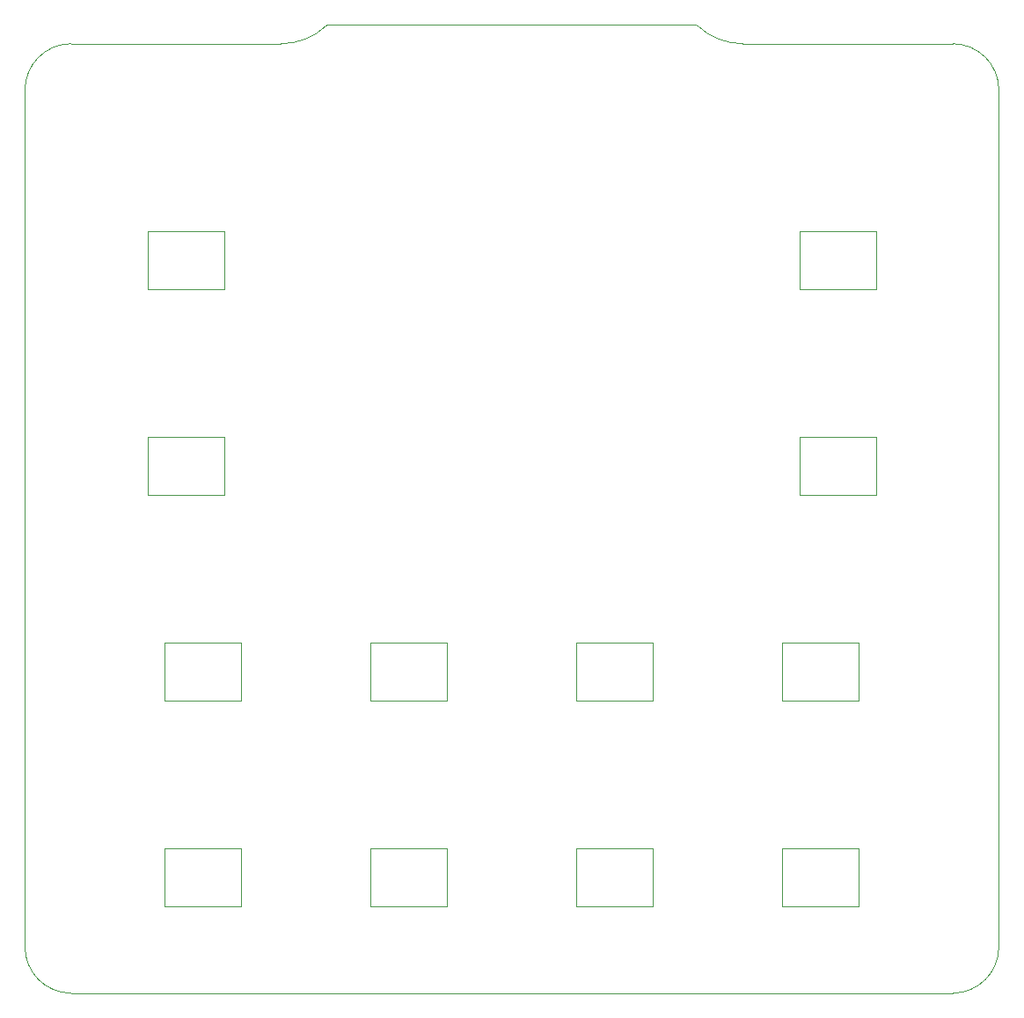
<source format=gbr>
G04 #@! TF.GenerationSoftware,KiCad,Pcbnew,(5.1.6)-1*
G04 #@! TF.CreationDate,2020-07-03T23:32:02-07:00*
G04 #@! TF.ProjectId,keypadV2,6b657970-6164-4563-922e-6b696361645f,rev?*
G04 #@! TF.SameCoordinates,Original*
G04 #@! TF.FileFunction,Profile,NP*
%FSLAX46Y46*%
G04 Gerber Fmt 4.6, Leading zero omitted, Abs format (unit mm)*
G04 Created by KiCad (PCBNEW (5.1.6)-1) date 2020-07-03 23:32:02*
%MOMM*%
%LPD*%
G01*
G04 APERTURE LIST*
G04 #@! TA.AperFunction,Profile*
%ADD10C,0.050000*%
G04 #@! TD*
G04 #@! TA.AperFunction,Profile*
%ADD11C,0.120000*%
G04 #@! TD*
G04 APERTURE END LIST*
D10*
X154178000Y-69024500D02*
X154178000Y-63436500D01*
X146812000Y-69024500D02*
X154178000Y-69024500D01*
X154178000Y-63436500D02*
X146812000Y-63436500D01*
X146812000Y-63436500D02*
X146812000Y-69024500D01*
X154178000Y-88836500D02*
X154178000Y-83248500D01*
X146812000Y-88836500D02*
X154178000Y-88836500D01*
X154178000Y-83248500D02*
X146812000Y-83248500D01*
X146812000Y-83248500D02*
X146812000Y-88836500D01*
X155829000Y-108648500D02*
X155829000Y-103060500D01*
X148463000Y-108648500D02*
X155829000Y-108648500D01*
X155829000Y-103060500D02*
X148463000Y-103060500D01*
X148463000Y-103060500D02*
X148463000Y-108648500D01*
X155829000Y-128460500D02*
X155829000Y-122872500D01*
X148463000Y-128460500D02*
X155829000Y-128460500D01*
X155829000Y-122872500D02*
X148463000Y-122872500D01*
X148463000Y-122872500D02*
X148463000Y-128460500D01*
X175641000Y-128460500D02*
X175641000Y-122872500D01*
X168275000Y-128460500D02*
X175641000Y-128460500D01*
X175641000Y-122872500D02*
X168275000Y-122872500D01*
X168275000Y-122872500D02*
X168275000Y-128460500D01*
X175641000Y-108648500D02*
X175641000Y-103060500D01*
X168275000Y-108648500D02*
X175641000Y-108648500D01*
X175641000Y-103060500D02*
X168275000Y-103060500D01*
X168275000Y-103060500D02*
X168275000Y-108648500D01*
X195453000Y-108648500D02*
X195453000Y-103060500D01*
X188087000Y-108648500D02*
X195453000Y-108648500D01*
X195453000Y-103060500D02*
X188087000Y-103060500D01*
X188087000Y-103060500D02*
X188087000Y-108648500D01*
X195453000Y-128460500D02*
X195453000Y-122872500D01*
X188087000Y-128460500D02*
X195453000Y-128460500D01*
X195453000Y-122872500D02*
X188087000Y-122872500D01*
X188087000Y-122872500D02*
X188087000Y-128460500D01*
X215265000Y-128460500D02*
X215265000Y-122872500D01*
X207899000Y-128460500D02*
X215265000Y-128460500D01*
X215265000Y-122872500D02*
X207899000Y-122872500D01*
X207899000Y-122872500D02*
X207899000Y-128460500D01*
X215265000Y-108648500D02*
X215265000Y-103060500D01*
X207899000Y-108648500D02*
X215265000Y-108648500D01*
X215265000Y-103060500D02*
X207899000Y-103060500D01*
X207899000Y-103060500D02*
X207899000Y-108648500D01*
X216916000Y-83248500D02*
X209550000Y-83248500D01*
X209550000Y-88836500D02*
X216916000Y-88836500D01*
X216916000Y-88836500D02*
X216916000Y-83248500D01*
X209550000Y-83248500D02*
X209550000Y-88836500D01*
X216916000Y-69024500D02*
X216916000Y-63436500D01*
X209550000Y-69024500D02*
X216916000Y-69024500D01*
X209550000Y-63436500D02*
X209550000Y-69024500D01*
X216916000Y-63436500D02*
X209550000Y-63436500D01*
X224282000Y-45402500D02*
X204089000Y-45402500D01*
X199459533Y-43557442D02*
X164268467Y-43557442D01*
X199728941Y-43669034D02*
G75*
G03*
X204089000Y-45402500I4360059J4616534D01*
G01*
X199728941Y-43669034D02*
G75*
G03*
X199459533Y-43557442I-269408J-269408D01*
G01*
X163999059Y-43669034D02*
G75*
G02*
X164268467Y-43557442I269408J-269408D01*
G01*
X163999059Y-43669034D02*
G75*
G02*
X159639000Y-45402500I-4360059J4616534D01*
G01*
X139446000Y-45402500D02*
X159639000Y-45402500D01*
X135001000Y-49847500D02*
X135001000Y-132397500D01*
X224282000Y-136842500D02*
X139446000Y-136842500D01*
X228727000Y-49847500D02*
X228727000Y-132397500D01*
D11*
X135001000Y-49847500D02*
G75*
G02*
X139446000Y-45402500I4445000J0D01*
G01*
X224282000Y-45402500D02*
G75*
G02*
X228727000Y-49847500I0J-4445000D01*
G01*
X228727000Y-132397500D02*
G75*
G02*
X224282000Y-136842500I-4445000J0D01*
G01*
X139446000Y-136842500D02*
G75*
G02*
X135001000Y-132397500I0J4445000D01*
G01*
M02*

</source>
